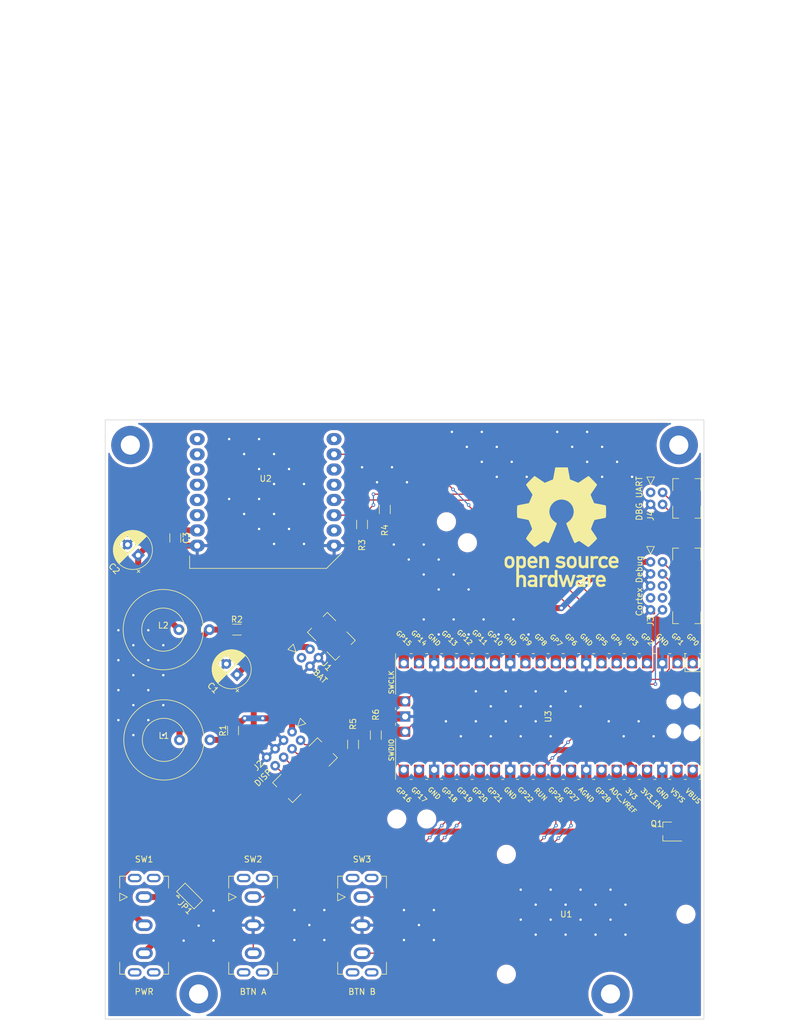
<source format=kicad_pcb>
(kicad_pcb (version 20211014) (generator pcbnew)
  (layers (0 "F.Cu" signal) (31 "B.Cu" signal) (34 "B.Paste" user) (35 "F.Paste" user) (36 "B.SilkS" user "B.Silkscreen") (37 "F.SilkS" user "F.Silkscreen") (38 "B.Mask" user) (39 "F.Mask" user) (44 "Edge.Cuts" user))
  (net 0 "")
  (net 1 "/~{RESET}")
  (net 2 "GND")
  (net 3 "+3V3")
  (net 4 "/DISP_RX_SDA")
  (net 5 "/DISP_SCK")
  (net 6 "/DISP_TX")
  (net 7 "/SWCLK")
  (net 8 "/SWDIO")
  (net 9 "/DISP_~{CS}_SCL")
  (net 10 "/BTN_A1")
  (net 11 "/BTN_A2")
  (net 12 "/BTN_B1")
  (net 13 "/BTN_B2")
  (net 14 "/DBG_TX")
  (net 15 "/DBG_RX")
  (net 16 "/LD_CELL_SDA")
  (net 17 "/LD_CELL_SCL")
  (net 18 "/LD_CELL_RDY")
  (net 21 "Net-(J1-Pad2)")
  (net 25 "+BATT")
  (net 26 "Net-(C1-Pad1)")
  (net 27 "Net-(C2-Pad1)")
  (net 28 "Net-(JP1-Pad1)")
  (net 29 "Net-(JP1-Pad3)")
  (net 30 "Net-(L1-Pad1)")
  (net 31 "Net-(L1-Pad2)")
  (net 32 "Net-(Q1-Pad2)")
  (net 33 "Net-(Q1-Pad1)")
  (footprint "Capacitor_SMD:C_1206_3216Metric_Pad1.33x1.80mm_HandSolder" (layer "F.Cu") (at 60 107.4 -90)
    (fp_text reference "C3")
    (fp_text value "0.1u")
  )
  (footprint "Local:Seeed_Grove_20x40" (layer "F.Cu") (at 125.3 170.2)
    (fp_text reference "U1")
    (fp_text value "DISP")
  )
  (footprint "Resistor_SMD:R_1206_3216Metric_Pad1.30x1.75mm_HandSolder" (layer "F.Cu") (at 70.3 122.7 180)
    (fp_text reference "R2")
    (fp_text value "2.2")
  )
  (footprint "MountingHole:MountingHole_3.2mm_M3_Pad" (layer "F.Cu") (at 63.9 183.5)
    (fp_text reference "H2")
    (fp_text value "MountingHole")
  )
  (footprint "MountingHole:MountingHole_3.2mm_M3_Pad" (layer "F.Cu") (at 144.1 91.9)
    (fp_text reference "H3")
    (fp_text value "MountingHole")
  )
  (footprint "Resistor_SMD:R_1206_3216Metric_Pad1.30x1.75mm_HandSolder" (layer "F.Cu") (at 95 102.65 90)
    (fp_text reference "R4")
    (fp_text value "3.3k")
  )
  (footprint "MountingHole:MountingHole_3.2mm_M3_Pad" (layer "F.Cu") (at 132.7 183.5)
    (fp_text reference "H4")
    (fp_text value "MountingHole")
  )
  (footprint "MountingHole:MountingHole_2.2mm_M2" (layer "F.Cu") (at 108.8 108.2)
    (fp_text reference "H6")
    (fp_text value "MountingHole")
  )
  (footprint "Local:L_D13.3_d7.3_Horizontal" (layer "F.Cu") (at 58 122.7 180)
    (fp_text reference "L2")
    (fp_text value "0.62m")
  )
  (footprint "Capacitor_THT:CP_Radial_D6.3mm_P2.50mm" (layer "F.Cu") (at 53.8 110.278677 135)
    (fp_text reference "C2")
    (fp_text value "22u")
  )
  (footprint "Local:300SPxxxxxxVS2xx" (layer "F.Cu") (at 54.8 172.026 -90)
    (fp_text reference "SW1")
    (fp_text value "PWR")
  )
  (footprint "Resistor_SMD:R_1206_3216Metric_Pad1.30x1.75mm_HandSolder" (layer "F.Cu") (at 89.7 141.85 -90)
    (fp_text reference "R5")
    (fp_text value "3.3k")
  )
  (footprint "Local:300SPxxxxxxVS2xx" (layer "F.Cu") (at 91.2 172.026 -90)
    (fp_text reference "SW3")
    (fp_text value "BTN B")
  )
  (footprint "Symbol:OSHW-Logo_19x20mm_SilkScreen" (layer "F.Cu") (at 124.5 105.6)
    (fp_text reference "LOGO1" hide)
    (fp_text value "Logo_Open_Hardware_Small" hide)
  )
  (footprint "MountingHole:MountingHole_2.2mm_M2" (layer "F.Cu") (at 97 154.3)
    (fp_text reference "H8")
    (fp_text value "MountingHole")
  )
  (footprint "Molex Milli-Grid:Molex_Milli-Grid_87833-04xx" (layer "F.Cu") (at 84.409188 125.476598 -45)
    (fp_text reference "J1")
    (fp_text value "BAT")
  )
  (footprint "Molex Milli-Grid:Molex_Milli-Grid_87833-08xx" (layer "F.Cu") (at 80.009188 144.494975 -135)
    (fp_text reference "J2")
    (fp_text value "DISP")
  )
  (footprint "Local:MikroE Click" (layer "F.Cu") (at 75.1 97.997227)
    (fp_text reference "U2")
    (fp_text value "Load Cell 2 Click")
  )
  (footprint "Resistor_SMD:R_1206_3216Metric_Pad1.30x1.75mm_HandSolder" (layer "F.Cu") (at 93.5 140.3 -90)
    (fp_text reference "R6")
    (fp_text value "3.3k")
  )
  (footprint "RPi Pico:RPi_Pico_SMD_TH" (layer "F.Cu") (at 122.3 137.2 -90)
    (fp_text reference "U3")
    (fp_text value "Pico")
  )
  (footprint "Resistor_SMD:R_1206_3216Metric_Pad1.30x1.75mm_HandSolder" (layer "F.Cu") (at 91.2 105.15 90)
    (fp_text reference "R3")
    (fp_text value "3.3k")
  )
  (footprint "MountingHole:MountingHole_3.2mm_M3_Pad" (layer "F.Cu") (at 52.5 91.9)
    (fp_text reference "H1")
    (fp_text value "MountingHole")
  )
  (footprint "MountingHole:MountingHole_2.2mm_M2" (layer "F.Cu") (at 105.3 104.7)
    (fp_text reference "H5")
    (fp_text value "MountingHole")
  )
  (footprint "Local:L_D13.3_d7.3_Horizontal" (layer "F.Cu") (at 58.1 141.1 180)
    (fp_text reference "L1")
    (fp_text value "0.62m")
  )
  (footprint "Resistor_SMD:R_1206_3216Metric_Pad1.30x1.75mm_HandSolder" (layer "F.Cu") (at 69.65 139.55 -90)
    (fp_text reference "R1")
    (fp_text value "4.7")
  )
  (footprint "Capacitor_THT:CP_Radial_D6.3mm_P2.50mm" (layer "F.Cu") (at 70.3 130.2 135)
    (fp_text reference "C1")
    (fp_text value "22u")
  )
  (footprint "MountingHole:MountingHole_2.2mm_M2" (layer "F.Cu") (at 102 154.3)
    (fp_text reference "H7")
    (fp_text value "MountingHole")
  )
  (footprint "Package_TO_SOT_SMD:SOT-23_Handsoldering" (layer "F.Cu") (at 142.2 156.4 180)
    (fp_text reference "Q1")
    (fp_text value "PMV75UP")
  )
  (footprint "Local:300SPxxxxxxVS2xx" (layer "F.Cu") (at 73 172.026 -90)
    (fp_text reference "SW2")
    (fp_text value "BTN A")
  )
  (footprint "Molex Milli-Grid:Molex_Milli-Grid_87833-04xx" (layer "F.Cu") (at 143.1 100.8 -90)
    (fp_text reference "J4")
    (fp_text value "DBG UART")
  )
  (footprint "Jumper:SolderJumper-3_P1.3mm_Bridged12_Pad1.0x1.5mm" (layer "F.Cu") (at 62.3925 167.1575 -45)
    (fp_text reference "JP1")
    (fp_text value "PWR ON SEL")
  )
  (footprint "Molex Milli-Grid:Molex_Milli-Grid_87833-10xx" (layer "F.Cu") (at 143.085 115.4 -90)
    (fp_text reference "J3")
    (fp_text value "Cortex Debug")
  )
  (gr_rect (start 48.3 87.7) (end 148.3 187.7) (layer "Edge.Cuts") (width 0.1) (fill none))
  (segment (start 121.03 146.07) (end 123 144.1) (width 0.2) (layer "F.Cu") (net 1))
  (segment (start 135.3 131.8) (end 140.2 131.8) (width 0.2) (layer "F.Cu") (net 1))
  (segment (start 121.03 146.09) (end 121.03 146.07) (width 0.2) (layer "F.Cu") (net 1))
  (segment (start 125.6 141.5) (end 135.3 131.8) (width 0.2) (layer "F.Cu") (net 1))
  (via (at 140.2 131.8) (size 0.6) (drill 0.3) (layers "F.Cu" "B.Cu") (net 1))
  (via (at 125.6 141.5) (size 0.6) (drill 0.3) (layers "F.Cu" "B.Cu") (net 1))
  (via (at 123 144.1) (size 0.6) (drill 0.3) (layers "F.Cu" "B.Cu") (net 1))
  (segment (start 140.2 131.8) (end 140.2 120.585) (width 0.2) (layer "B.Cu") (net 1))
  (segment (start 140.2 120.585) (end 141.385 119.4) (width 0.2) (layer "B.Cu") (net 1))
  (segment (start 123 144.1) (end 125.6 141.5) (width 0.2) (layer "B.Cu") (net 1))
  (segment (start 60.280553 108.681947) (end 60 108.9625) (width 1) (layer "F.Cu") (net 2))
  (segment (start 63.665 108.681947) (end 60.280553 108.681947) (width 1) (layer "F.Cu") (net 2))
  (via (at 101.5 121) (size 0.8) (drill 0.4) (layers "F.Cu" "B.Cu") (net 2))
  (via (at 116.5 121) (size 0.8) (drill 0.4) (layers "F.Cu" "B.Cu") (net 2))
  (via (at 132.7 166.1) (size 0.8) (drill 0.4) (layers "F.Cu" "B.Cu") (net 2))
  (via (at 139.9 140.5) (size 0.8) (drill 0.4) (layers "F.Cu" "B.Cu") (net 2))
  (via (at 127.7 171.1) (size 0.8) (drill 0.4) (layers "F.Cu" "B.Cu") (net 2))
  (via (at 125.2 133) (size 0.8) (drill 0.4) (layers "F.Cu" "B.Cu") (net 2))
  (via (at 81.5 108.4) (size 0.8) (drill 0.4) (layers "F.Cu" "B.Cu") (net 2))
  (via (at 104 111) (size 0.8) (drill 0.4) (layers "F.Cu" "B.Cu") (net 2))
  (via (at 106.5 113.5) (size 0.8) (drill 0.4) (layers "F.Cu" "B.Cu") (net 2))
  (via (at 126.3 92.2) (size 0.8) (drill 0.4) (layers "F.Cu" "B.Cu") (net 2))
  (via (at 58 135.3) (size 0.8) (drill 0.4) (layers "F.Cu" "B.Cu") (net 2))
  (via (at 55.5 137.8) (size 0.8) (drill 0.4) (layers "F.Cu" "B.Cu") (net 2))
  (via (at 104 116) (size 0.8) (drill 0.4) (layers "F.Cu" "B.Cu") (net 2))
  (via (at 103.2 169.5) (size 0.8) (drill 0.4) (layers "F.Cu" "B.Cu") (net 2))
  (via (at 117.7 166.1) (size 0.8) (drill 0.4) (layers "F.Cu" "B.Cu") (net 2))
  (via (at 133.8 94.7) (size 0.8) (drill 0.4) (layers "F.Cu" "B.Cu") (net 2))
  (via (at 79.9 169.5) (size 0.8) (drill 0.4) (layers "F.Cu" "B.Cu") (net 2))
  (via (at 58 130.3) (size 0.8) (drill 0.4) (layers "F.Cu" "B.Cu") (net 2))
  (via (at 106.5 121) (size 0.8) (drill 0.4) (layers "F.Cu" "B.Cu") (net 2))
  (via (at 135.2 173.6) (size 0.8) (drill 0.4) (layers "F.Cu" "B.Cu") (net 2))
  (via (at 119 123.5) (size 0.8) (drill 0.4) (layers "F.Cu" "B.Cu") (net 2))
  (via (at 109 116) (size 0.8) (drill 0.4) (layers "F.Cu" "B.Cu") (net 2))
  (via (at 82.4 172) (size 0.8) (drill 0.4) (layers "F.Cu" "B.Cu") (net 2))
  (via (at 117.7 171.1) (size 0.8) (drill 0.4) (layers "F.Cu" "B.Cu") (net 2))
  (via (at 110.2 133) (size 0.8) (drill 0.4) (layers "F.Cu" "B.Cu") (net 2))
  (via (at 130.2 168.6) (size 0.8) (drill 0.4) (layers "F.Cu" "B.Cu") (net 2))
  (via (at 91.2 95.6) (size 0.8) (drill 0.4) (layers "F.Cu" "B.Cu") (net 2))
  (via (at 69 100.9) (size 0.8) (drill 0.4) (layers "F.Cu" "B.Cu") (net 2))
  (via (at 120.2 133) (size 0.8) (drill 0.4) (layers "F.Cu" "B.Cu") (net 2))
  (via (at 112.7 135.5) (size 0.8) (drill 0.4) (layers "F.Cu" "B.Cu") (net 2))
  (via (at 71.5 93.4) (size 0.8) (drill 0.4) (layers "F.Cu" "B.Cu") (net 2))
  (via (at 61.4 174.6) (size 0.8) (drill 0.4) (layers "F.Cu" "B.Cu") (net 2))
  (via (at 99 111) (size 0.8) (drill 0.4) (layers "F.Cu" "B.Cu") (net 2))
  (via (at 137.4 138) (size 0.8) (drill 0.4) (layers "F.Cu" "B.Cu") (net 2))
  (via (at 50.5 127.8) (size 0.8) (drill 0.4) (layers "F.Cu" "B.Cu") (net 2))
  (via (at 74 90.9) (size 0.8) (drill 0.4) (layers "F.Cu" "B.Cu") (net 2))
  (via (at 127.7 135.5) (size 0.8) (drill 0.4) (layers "F.Cu" "B.Cu") (net 2))
  (via (at 123.8 89.7) (size 0.8) (drill 0.4) (layers "F.Cu" "B.Cu") (net 2))
  (via (at 53 130.3) (size 0.8) (drill 0.4) (layers "F.Cu" "B.Cu") (net 2))
  (via (at 79.9 174.5) (size 0.8) (drill 0.4) (layers "F.Cu" "B.Cu") (net 2))
  (via (at 111.2 94.7) (size 0.8) (drill 0.4) (layers "F.Cu" "B.Cu") (net 2))
  (via (at 104 123.5) (size 0.8) (drill 0.4) (layers "F.Cu" "B.Cu") (net 2))
  (via (at 116.2 94.7) (size 0.8) (drill 0.4) (layers "F.Cu" "B.Cu") (net 2))
  (via (at 98.2 174.5) (size 0.8) (drill 0.4) (layers "F.Cu" "B.Cu") (net 2))
  (via (at 122.7 166.1) (size 0.8) (drill 0.4) (layers "F.Cu" "B.Cu") (net 2))
  (via (at 131.3 97.2) (size 0.8) (drill 0.4) (layers "F.Cu" "B.Cu") (net 2))
  (via (at 114 123.5) (size 0.8) (drill 0.4) (layers "F.Cu" "B.Cu") (net 2))
  (via (at 79 95.9) (size 0.8) (drill 0.4) (layers "F.Cu" "B.Cu") (net 2))
  (via (at 122.7 171.1) (size 0.8) (drill 0.4) (layers "F.Cu" "B.Cu") (net 2))
  (via (at 66.4 169.6) (size 0.8) (drill 0.4) (layers "F.Cu" "B.Cu") (net 2))
  (via (at 120.2 173.6) (size 0.8) (drill 0.4) (layers "F.Cu" "B.Cu") (net 2))
  (via (at 58 125.3) (size 0.8) (drill 0.4) (layers "F.Cu" "B.Cu") (net 2))
  (via (at 113.7 92.2) (size 0.8) (drill 0.4) (layers "F.Cu" "B.Cu") (net 2))
  (via (at 110.2 138) (size 0.8) (drill 0.4) (layers "F.Cu" "B.Cu") (net 2))
  (via (at 66.4 174.6) (size 0.8) (drill 0.4) (layers "F.Cu" "B.Cu") (net 2))
  (via (at 55.5 132.8) (size 0.8) (drill 0.4) (layers "F.Cu" "B.Cu") (net 2))
  (via (at 69 90.9) (size 0.8) (drill 0.4) (layers "F.Cu" "B.Cu") (net 2))
  (via (at 130.2 173.6) (size 0.8) (drill 0.4) (layers "F.Cu" "B.Cu") (net 2))
  (via (at 81.5 98.4) (size 0.8) (drill 0.4) (layers "F.Cu" "B.Cu") (net 2))
  (via (at 115.2 133) (size 0.8) (drill 0.4) (layers "F.Cu" "B.Cu") (net 2))
  (via (at 125.2 168.6) (size 0.8) (drill 0.4) (layers "F.Cu" "B.Cu") (net 2))
  (via (at 79 105.9) (size 0.8) (drill 0.4) (layers "F.Cu" "B.Cu") (net 2))
  (via (at 53 140.3) (size 0.8) (drill 0.4) (layers "F.Cu" "B.Cu") (net 2))
  (via (at 122.7 140.5) (size 0.8) (drill 0.4) (layers "F.Cu" "B.Cu") (net 2))
  (via (at 125.2 173.6) (size 0.8) (drill 0.4) (layers "F.Cu" "B.Cu") (net 2))
  (via (at 50.5 122.8) (size 0.8) (drill 0.4) (layers "F.Cu" "B.Cu") (net 2))
  (via (at 108.7 92.2) (size 0.8) (drill 0.4) (layers "F.Cu" "B.Cu") (net 2))
  (via (at 118.7 97.2) (size 0.8) (drill 0.4) (layers "F.Cu" "B.Cu") (net 2))
  (via (at 109 123.5) (size 0.8) (drill 0.4) (layers "F.Cu" "B.Cu") (net 2))
  (via (at 111.2 89.7) (size 0.8) (drill 0.4) (layers "F.Cu" "B.Cu") (net 2))
  (via (at 96.2 95.6) (size 0.8) (drill 0.4) (layers "F.Cu" "B.Cu") (net 2))
  (via (at 76.5 98.4) (size 0.8) (drill 0.4) (layers "F.Cu" "B.Cu") (net 2))
  (via (at 74 105.9) (size 0.8) (drill 0.4) (layers "F.Cu" "B.Cu") (net 2))
  (via (at 55.5 127.8) (size 0.8) (drill 0.4) (layers "F.Cu" "B.Cu") (net 2))
  (via (at 111.5 121) (size 0.8) (drill 0.4) (layers "F.Cu" "B.Cu") (net 2))
  (via (at 53 125.3) (size 0.8) (drill 0.4) (layers "F.Cu" "B.Cu") (net 2))
  (via (at 71.5 103.4) (size 0.8) (drill 0.4) (layers "F.Cu" "B.Cu") (net 2))
  (via (at 96.5 108.5) (size 0.8) (drill 0.4) (layers "F.Cu" "B.Cu") (net 2))
  (via (at 122.7 135.5) (size 0.8) (drill 0.4) (layers "F.Cu" "B.Cu") (net 2))
  (via (at 107.7 140.5) (size 0.8) (drill 0.4) (layers "F.Cu" "B.Cu") (net 2))
  (via (at 98.2 169.5) (size 0.8) (drill 0.4) (layers "F.Cu" "B.Cu") (net 2))
  (via (at 93.7 98.1) (size 0.8) (drill 0.4) (layers "F.Cu" "B.Cu") (net 2))
  (via (at 117.7 135.5) (size 0.8) (drill 0.4) (layers "F.Cu" "B.Cu") (net 2))
  (via (at 103.2 174.5) (size 0.8) (drill 0.4) (layers "F.Cu" "B.Cu") (net 2))
  (via (at 50.5 137.8) (size 0.8) (drill 0.4) (layers "F.Cu" "B.Cu") (net 2))
  (via (at 74 100.9) (size 0.8) (drill 0.4) (layers "F.Cu" "B.Cu") (net 2))
  (via (at 84.9 174.5) (size 0.8) (drill 0.4) (layers "F.Cu" "B.Cu") (net 2))
  (via (at 106.2 89.7) (size 0.8) (drill 0.4) (layers "F.Cu" "B.Cu") (net 2))
  (via (at 117.7 140.5) (size 0.8) (drill 0.4) (layers "F.Cu" "B.Cu") (net 2))
  (via (at 74 95.9) (size 0.8) (drill 0.4) (layers "F.Cu" "B.Cu") (net 2))
  (via (at 120.2 168.6) (size 0.8) (drill 0.4) (layers "F.Cu" "B.Cu") (net 2))
  (via (at 50.5 132.8) (size 0.8) (drill 0.4) (layers "F.Cu" "B.Cu") (net 2))
  (via (at 113.7 97.2) (size 0.8) (drill 0.4) (layers "F.Cu" "B.Cu") (net 2))
  (via (at 135.2 168.6) (size 0.8) (drill 0.4) (layers "F.Cu" "B.Cu") (net 2))
  (via (at 53 135.3) (size 0.8) (drill 0.4) (layers "F.Cu" "B.Cu") (net 2))
  (via (at 55.5 122.8) (size 0.8) (drill 0.4) (layers "F.Cu" "B.Cu") (net 2))
  (via (at 112.7 140.5) (size 0.8) (drill 0.4) (layers "F.Cu" "B.Cu") (net 2))
  (via (at 76.5 93.4) (size 0.8) (drill 0.4) (layers "F.Cu" "B.Cu") (net 2))
  (via (at 58 140.3) (size 0.8) (drill 0.4) (layers "F.Cu" "B.Cu") (net 2))
  (via (at 132.7 171.1) (size 0.8) (drill 0.4) (layers "F.Cu" "B.Cu") (net 2))
  (via (at 120.2 138) (size 0.8) (drill 0.4) (layers "F.Cu" "B.Cu") (net 2))
  (via (at 63.9 172.1) (size 0.8) (drill 0.4) (layers "F.Cu" "B.Cu") (net 2))
  (via (at 127.7 166.1) (size 0.8) (drill 0.4) (layers "F.Cu" "B.Cu") (net 2))
  (via (at 134.9 140.5) (size 0.8) (drill 0.4) (layers "F.Cu" "B.Cu") (net 2))
  (via (at 76.5 103.4) (size 0.8) (drill 0.4) (layers "F.Cu" "B.Cu") (net 2))
  (via (at 101.5 113.5) (size 0.8) (drill 0.4) (layers "F.Cu" "B.Cu") (net 2))
  (via (at 132.4 138) (size 0.8) (drill 0.4) (layers "F.Cu" "B.Cu") (net 2))
  (via (at 128.8 89.7) (size 0.8) (drill 0.4) (layers "F.Cu" "B.Cu") (net 2))
  (via (at 131.3 92.2) (size 0.8) (drill 0.4) (layers "F.Cu" "B.Cu") (net 2))
  (via (at 115.2 138) (size 0.8) (drill 0.4) (layers "F.Cu" "B.Cu") (net 2))
  (via (at 128.8 94.7) (size 0.8) (drill 0.4) (layers "F.Cu" "B.Cu") (net 2))
  (via (at 101.5 108.5) (size 0.8) (drill 0.4) (layers "F.Cu" "B.Cu") (net 2))
  (via (at 136.3 97.2) (size 0.8) (drill 0.4) (layers "F.Cu" "B.Cu") (net 2))
  (via (at 100.7 172) (size 0.8) (drill 0.4) (layers "F.Cu" "B.Cu") (net 2))
  (via (at 105.2 138) (size 0.8) (drill 0.4) (layers "F.Cu" "B.Cu") (net 2))
  (via (at 76.5 108.4) (size 0.8) (drill 0.4) (layers "F.Cu" "B.Cu") (net 2))
  (via (at 84.9 169.5) (size 0.8) (drill 0.4) (layers "F.Cu" "B.Cu") (net 2))
  (via (at 98.7 98.1) (size 0.8) (drill 0.4) (layers "F.Cu" "B.Cu") (net 2))
  (segment (start 132.2 111.4) (end 128.7 114.9) (width 1) (layer "F.Cu") (net 3))
  (segment (start 93.5 140.3) (end 94.317824 140.3) (width 1) (layer "F.Cu") (net 3))
  (segment (start 79.6 137.5) (end 86.9 137.5) (width 1) (layer "F.Cu") (net 3))
  (segment (start 124.5 119.1) (end 93.5 119.1) (width 1) (layer "F.Cu") (net 3))
  (segment (start 93.5 105.7) (end 95 104.2) (width 1) (layer "F.Cu") (net 3))
  (segment (start 91.2 106.7) (end 93.5 106.7) (width 1) (layer "F.Cu") (net 3))
  (segment (start 93.5 106.7) (end 93.5 105.7) (width 1) (layer "F.Cu") (net 3))
  (segment (start 96.817824 142.8) (end 133.539022 142.8) (width 1) (layer "F.Cu") (net 3))
  (segment (start 86.9 137.5) (end 89.7 140.3) (width 1) (layer "F.Cu") (net 3))
  (segment (start 79.514213 139.75736) (end 79.514213 137.585787) (width 1) (layer "F.Cu") (net 3))
  (segment (start 136.27 145.530978) (end 136.27 146.09) (width 1) (layer "F.Cu") (net 3))
  (segment (start 69.65 138) (end 71.1 138) (width 1) (layer "F.Cu") (net 3))
  (segment (start 93.5 119.1) (end 93.5 106.7) (width 1) (layer "F.Cu") (net 3))
  (segment (start 94.317824 140.3) (end 96.817824 142.8) (width 1) (layer "F.Cu") (net 3))
  (segment (start 93.5 138.75) (end 93.5 140.3) (width 1) (layer "F.Cu") (net 3))
  (segment (start 79.514213 137.585787) (end 79.6 137.5) (width 1) (layer "F.Cu") (net 3))
  (segment (start 89.7 140.3) (end 93.5 140.3) (width 1) (layer "F.Cu") (net 3))
  (segment (start 133.539022 142.8) (end 136.27 145.530978) (width 1) (layer "F.Cu") (net 3))
  (segment (start 139.385 111.4) (end 132.2 111.4) (width 1) (layer "F.Cu") (net 3))
  (segment (start 71.1 138) (end 71.6 137.5) (width 1) (layer "F.Cu") (net 3))
  (segment (start 74.6 137.5) (end 79.6 137.5) (width 1) (layer "F.Cu") (net 3))
  (segment (start 93.5 138.75) (end 93.5 130.9) (width 1) (layer "F.Cu") (net 3))
  (segment (start 93.5 130.9) (end 93.5 119.1) (width 1) (layer "F.Cu") (net 3))
  (via (at 74.6 137.5) (size 1) (drill 0.5) (layers "F.Cu" "B.Cu") (net 3))
  (via (at 71.6 137.5) (size 1) (drill 0.5) (layers "F.Cu" "B.Cu") (net 3))
  (via (at 124.5 119.1) (size 1) (drill 0.5) (layers "F.Cu" "B.Cu") (net 3))
  (via (at 128.7 114.9) (size 1) (drill 0.5) (layers "F.Cu" "B.Cu") (net 3))
  (segment (start 128.7 114.9) (end 124.5 119.1) (width 1) (layer "B.Cu") (net 3))
  (segment (start 71.6 137.5) (end 74.6 137.5) (width 1) (layer "B.Cu") (net 3))
  (segment (start 93.5 141.85) (end 93.45 141.9) (width 0.2) (layer "F.Cu") (net 4))
  (segment (start 93.45 141.9) (end 81.656854 141.9) (width 0.2) (layer "F.Cu") (net 4))
  (segment (start 93.93 141.85) (end 98.17 146.09) (width 0.2) (layer "F.Cu") (net 4))
  (segment (start 93.5 141.85) (end 93.93 141.85) (width 0.2) (layer "F.Cu") (net 4))
  (segment (start 81.656854 141.9) (end 80.928427 141.171573) (width 0.2) (layer "F.Cu") (net 4))
  (segment (start 105.79 147.91) (end 105.79 146.09) (width 0.2) (layer "F.Cu") (net 5))
  (segment (start 79 144.9) (end 89 144.9) (width 0.2) (layer "F.Cu") (net 5))
  (segment (start 94 149.9) (end 103.8 149.9) (width 0.2) (layer "F.Cu") (net 5))
  (segment (start 89 144.9) (end 94 149.9) (width 0.2) (layer "F.Cu") (net 5))
  (segment (start 103.8 149.9) (end 105.79 147.91) (width 0.2) (layer "F.Cu") (net 5))
  (segment (start 78.1 144) (end 79 144.9) (width 0.2) (layer "F.Cu") (net 5))
  (segment (start 92.6 150.7) (end 88.3 146.4) (width 0.2) (layer "F.Cu") (net 6))
  (segment (start 108.33 147.97) (end 105.6 150.7) (width 0.2) (layer "F.Cu") (net 6))
  (segment (start 88.3 146.4) (end 77.671572 146.4) (width 0.2) (layer "F.Cu") (net 6))
  (segment (start 77.671572 146.4) (end 76.685786 145.414214) (width 0.2) (layer "F.Cu") (net 6))
  (segment (start 108.33 146.09) (end 108.33 147.97) (width 0.2) (layer "F.Cu") (net 6))
  (segment (start 105.6 150.7) (end 92.6 150.7) (width 0.2) (layer "F.Cu") (net 6))
  (segment (start 141.385 113.4) (end 142.8 114.815) (width 0.2) (layer "F.Cu") (net 7))
  (segment (start 142.8 114.815) (end 142.8 122.699022) (width 0.2) (layer "F.Cu") (net 7))
  (segment (start 139.959511 129.459511) (end 139.219022 130.2) (width 0.2) (layer "F.Cu") (net 7))
  (segment (start 102.86 130.2) (end 98.4 134.66) (width 0.2) (layer "F.Cu") (net 7))
  (segment (start 142.8 122.699022) (end 139.959511 125.539511) (width 0.2) (layer "F.Cu") (net 7))
  (segment (start 139.959511 125.539511) (end 139.959511 129.459511) (width 0.2) (layer "F.Cu") (net 7))
  (segment (start 139.219022 130.2) (end 102.86 130.2) (width 0.2) (layer "F.Cu") (net 7))
  (segment (start 107.14 131) (end 98.4 139.74) (width 0.2) (layer "F.Cu") (net 8))
  (segment (start 143.3 113.315) (end 143.3 124.8) (width 0.2) (layer "F.Cu") (net 8))
  (segment (start 141.385 111.4) (end 143.3 113.315) (width 0.2) (layer "F.Cu") (net 8))
  (segment (start 142.499511 129.300489) (end 140.8 131) (width 0.2) (layer "F.Cu") (net 8))
  (segment (start 143.3 124.8) (end 142.499511 125.600489) (width 0.2) (layer "F.Cu") (net 8))
  (segment (start 142.499511 125.600489) (end 142.499511 129.300489) (width 0.2) (layer "F.Cu") (net 8))
  (segment (start 140.8 131) (end 107.14 131) (width 0.2) (layer "F.Cu") (net 8))
  (segment (start 79.514213 142.585787) (end 80.328426 143.4) (width 0.2) (layer "F.Cu") (net 9))
  (segment (start 100.71 147.919511) (end 100.71 146.09) (width 0.2) (layer "F.Cu") (net 9))
  (segment (start 80.328426 143.4) (end 89.7 143.4) (width 0.2) (layer "F.Cu") (net 9))
  (segment (start 99.59 149.039511) (end 100.71 147.919511) (width 0.2) (layer "F.Cu") (net 9))
  (segment (start 95.339511 149.039511) (end 99.59 149.039511) (width 0.2) (layer "F.Cu") (net 9))
  (segment (start 89.7 143.4) (end 95.339511 149.039511) (width 0.2) (layer "F.Cu") (net 9))
  (segment (start 109.8 150.1) (end 104.5 155.4) (width 0.2) (layer "F.Cu") (net 10))
  (segment (start 102.5 157.3995) (end 100.9995 158.9) (width 0.2) (layer "F.Cu") (net 10))
  (segment (start 110.87 146.09) (end 110.87 149.03) (width 0.2) (layer "F.Cu") (net 10))
  (segment (start 100.9995 158.9) (end 83.1 158.9) (width 0.2) (layer "F.Cu") (net 10))
  (segment (start 83.1 158.9) (end 74.673 167.327) (width 0.2) (layer "F.Cu") (net 10))
  (segment (start 74.673 167.327) (end 73 167.327) (width 0.2) (layer "F.Cu") (net 10))
  (segment (start 104.5 155.4) (end 104.5 155.4005) (width 0.2) (layer "F.Cu") (net 10))
  (segment (start 110.87 149.03) (end 109.8 150.1) (width 0.2) (layer "F.Cu") (net 10))
  (via (at 104.5 155.4005) (size 0.6) (drill 0.3) (layers "F.Cu" "B.Cu") (net 10))
  (via (at 102.5 157.3995) (size 0.6) (drill 0.3) (layers "F.Cu" "B.Cu") (net 10))
  (segment (start 102.501 157.3995) (end 102.5 157.3995) (width 0.2) (layer "B.Cu") (net 10))
  (segment (start 104.5 155.4005) (end 102.501 157.3995) (width 0.2) (layer "B.Cu") (net 10))
  (segment (start 101.3995 161) (end 87.2 161) (width 0.2) (layer "F.Cu") (net 11))
  (segment (start 107 155.4) (end 107 155.4005) (width 0.2) (layer "F.Cu") (net 11))
  (segment (start 113.41 146.09) (end 113.41 148.99) (width 0.2) (layer "F.Cu") (net 11))
  (segment (start 113.41 148.99) (end 113.3 149.1) (width 0.2) (layer "F.Cu") (net 11))
  (segment (start 105 157.3995) (end 101.3995 161) (width 0.2) (layer "F.Cu") (net 11))
  (segment (start 73.0254 175.1746) (end 73.0254 176.6996) (width 0.2) (layer "F.Cu") (net 11))
  (segment (start 113.3 149.1) (end 107 155.4) (width 0.2) (layer "F.Cu") (net 11))
  (segment (start 87.2 161) (end 73.0254 175.1746) (width 0.2) (layer "F.Cu") (net 11))
  (via (at 107 155.4005) (size 0.6) (drill 0.3) (layers "F.Cu" "B.Cu") (net 11))
  (via (at 105 157.3995) (size 0.6) (drill 0.3) (layers "F.Cu" "B.Cu") (net 11))
  (segment (start 106.999 155.4005) (end 105 157.3995) (width 0.2) (layer "B.Cu") (net 11))
  (segment (start 107 155.4005) (end 106.999 155.4005) (width 0.2) (layer "B.Cu") (net 11))
  (segment (start 111.673 167.327) (end 91.2 167.327) (width 0.2) (layer "F.Cu") (net 12))
  (segment (start 121.6 157.4) (end 111.673 167.327) (width 0.2) (layer "F.Cu") (net 12))
  (segment (start 123.57 155.3705) (end 123.6 155.4005) (width 0.2) (layer "F.Cu") (net 12))
  (segment (start 123.57 146.09) (end 123.57 155.3705) (width 0.2) (layer "F.Cu") (net 12))
  (via (at 121.6 157.4) (size 0.6) (drill 0.3) (layers "F.Cu" "B.Cu") (net 12))
  (via (at 123.6 155.4005) (size 0.6) (drill 0.3) (layers "F.Cu" "B.Cu") (net 12))
  (segment (start 121.6 157.4) (end 121.6005 157.4) (width 0.2) (layer "B.Cu") (net 12))
  (segment (start 121.6005 157.4) (end 123.6 155.4005) (width 0.2) (layer "B.Cu") (net 12))
  (segment (start 104.8004 176.6996) (end 91.2254 176.6996) (width 0.2) (layer "F.Cu") (net 13))
  (segment (start 126.11 155.3905) (end 126.11 146.09) (width 0.2) (layer "F.Cu") (net 13))
  (segment (start 126.1 155.4005) (end 126.11 155.3905) (width 0.2) (layer "F.Cu") (net 13))
  (segment (start 124 157.5) (end 104.8004 176.6996) (width 0.2) (layer "F.Cu") (net 13))
  (via (at 126.1 155.4005) (size 0.6) (drill 0.3) (layers "F.Cu" "B.Cu") (net 13))
  (via (at 124 157.5) (size 0.6) (drill 0.3) (layers "F.Cu" "B.Cu") (net 13))
  (segment (start 124 157.5) (end 126.0995 155.4005) (width 0.2) (layer "B.Cu") (net 13))
  (segment (start 126.0995 155.4005) (end 126.1 155.4005) (width 0.2) (layer "B.Cu") (net 13))
  (segment (start 146.43 128.31) (end 146.43 104.83) (width 0.2) (layer "F.Cu") (net 14))
  (segment (start 146.43 104.83) (end 141.4 99.8) (width 0.2) (layer "F.Cu") (net 14))
  (segment (start 143.89 128.31) (end 143.89 104.29) (width 0.2) (layer "F.Cu") (net 15))
  (segment (start 143.89 104.29) (end 141.4 101.8) (width 0.2) (layer "F.Cu") (net 15))
  (segment (start 112.5 100.1) (end 93.1 100.1) (width 0.2) (layer "F.Cu") (net 16))
  (segment (start 138.81 128.31) (end 138.81 126.41) (width 0.2) (layer "F.Cu") (net 16))
  (segment (start 91.4 103.6) (end 93.1 101.9) (width 0.2) (layer "F.Cu") (net 16))
  (segment (start 91.198053 103.601947) (end 91.2 103.6) (width 0.2) (layer "F.Cu") (net 16))
  (segment (start 138.81 126.41) (end 112.5 100.1) (width 0.2) (layer "F.Cu") (net 16))
  (segment (start 86.525 103.601947) (end 91.198053 103.601947) (width 0.2) (layer "F.Cu") (net 16))
  (segment (start 91.2 103.6) (end 91.4 103.6) (width 0.2) (layer "F.Cu") (net 16))
  (via (at 93.1 100.1) (size 0.6) (drill 0.3) (layers "F.Cu" "B.Cu") (net 16))
  (via (at 93.1 101.9) (size 0.6) (drill 0.3) (layers "F.Cu" "B.Cu") (net 16))
  (segment (start 93.1 100.1) (end 93.1 101.9) (width 0.2) (layer "B.Cu") (net 16))
  (segment (start 110.9 101.1) (end 136.27 126.47) (width 0.2) (layer "F.Cu") (net 17))
  (segment (start 86.525 101.061947) (end 94.961947 101.061947) (width 0.2) (layer "F.Cu") (net 17))
  (segment (start 94.961947 101.061947) (end 95 101.1) (width 0.2) (layer "F.Cu") (net 17))
  (segment (start 136.27 126.47) (end 136.27 128.31) (width 0.2) (layer "F.Cu") (net 17))
  (segment (start 95 101.1) (end 110.9 101.1) (width 0.2) (layer "F.Cu") (net 17))
  (segment (start 106.4 99.3) (end 100.541947 93.441947) (width 0.2) (layer "F.Cu") (net 18))
  (segment (start 100.541947 93.441947) (end 86.525 93.441947) (width 0.2) (layer "F.Cu") (net 18))
  (segment (start 109 102.020978) (end 133.73 126.750978) (width 0.2) (layer "F.Cu") (net 18))
  (segment (start 109 101.9) (end 109 102.020978) (width 0.2) (layer "F.Cu") (net 18))
  (segment (start 133.73 126.750978) (end 133.73 128.31) (width 0.2) (layer "F.Cu") (net 18))
  (via (at 109 101.9) (size 0.6) (drill 0.3) (layers "F.Cu" "B.Cu") (net 18))
  (via (at 106.4 99.3) (size 0.6) (drill 0.3) (layers "F.Cu" "B.Cu") (net 18))
  (segment (start 106.4 99.3) (end 109 101.9) (width 0.2) (layer "B.Cu") (net 18))
  (segment (start 51.22568 168.45168) (end 54.8 172.026) (width 1) (layer "F.Cu") (net 21))
  (segment (start 73.1 132.7) (end 73.1 141.7) (width 1) (layer "F.Cu") (net 21))
  (segment (start 82.128427 125.6) (end 80.2 125.6) (width 1) (layer "F.Cu") (net 21))
  (segment (start 80.2 125.6) (end 73.1 132.7) (width 1) (layer "F.Cu") (net 21))
  (segment (start 73.1 141.7) (end 51.22568 163.57432) (width 1) (layer "F.Cu") (net 21))
  (segment (start 51.22568 163.57432) (end 51.22568 168.45168) (width 1) (layer "F.Cu") (net 21))
  (segment (start 82.5 125.971573) (end 82.128427 125.6) (width 1) (layer "F.Cu") (net 21))
  (segment (start 73.15 156.4) (end 140.7 156.4) (width 1) (layer "F.Cu") (net 25))
  (segment (start 62.3925 167.1575) (end 73.15 156.4) (width 1) (layer "F.Cu") (net 25))
  (segment (start 71.85 128.65) (end 70.3 130.2) (width 1) (layer "F.Cu") (net 26))
  (segment (start 71.85 122.7) (end 71.85 128.65) (width 1) (layer "F.Cu") (net 26))
  (segment (start 53.8 110.278677) (end 53.8 115.9) (width 1) (layer "F.Cu") (net 27))
  (segment (start 60 105.8375) (end 58.241177 105.8375) (width 1) (layer "F.Cu") (net 27))
  (segment (start 60.304447 106.141947) (end 60 105.8375) (width 1) (layer "F.Cu") (net 27))
  (segment (start 53.8 115.9) (end 60.6 122.7) (width 1) (layer "F.Cu") (net 27))
  (segment (start 63.665 106.141947) (end 60.304447 106.141947) (width 1) (layer "F.Cu") (net 27))
  (segment (start 58.241177 105.8375) (end 53.8 110.278677) (width 1) (layer "F.Cu") (net 27))
  (segment (start 60.384522 167.327) (end 61.473261 166.238261) (width 1) (layer "F.Cu") (net 28))
  (segment (start 54.8 167.327) (end 60.384522 167.327) (width 1) (layer "F.Cu") (net 28))
  (segment (start 63.311739 168.076739) (end 54.8254 176.563078) (width 1) (layer "F.Cu") (net 29))
  (segment (start 54.8254 176.563078) (end 54.8254 176.6996) (width 1) (layer "F.Cu") (net 29))
  (segment (start 65.8 141.1) (end 69.65 141.1) (width 1) (layer "F.Cu") (net 30))
  (segment (start 60.7 127.7) (end 60.7 141.1) (width 1) (layer "F.Cu") (net 31))
  (segment (start 65.7 122.7) (end 68.75 122.7) (width 1) (layer "F.Cu") (net 31))
  (segment (start 65.7 122.7) (end 60.7 127.7) (width 1) (layer "F.Cu") (net 31))
  (segment (start 143.89 146.09) (end 143.89 155.26) (width 1) (layer "F.Cu") (net 32))
  (segment (start 143.89 155.26) (end 143.7 155.45) (width 1) (layer "F.Cu") (net 32))
  (segment (start 143.7 157.35) (end 145 157.35) (width 0.2) (layer "F.Cu") (net 33))
  (segment (start 145 157.35) (end 146.43 155.92) (width 0.2) (layer "F.Cu") (net 33))
  (segment (start 146.43 155.92) (end 146.43 146.09) (width 0.2) (layer "F.Cu") (net 33))
  (zone (net 2) (net_name "GND") (layer "F.Cu") (connect_pads (clearance 0.508)) (min_thickness 0.508) (fill yes (thermal_gap 0.508) (thermal_bridge_width 0.508))
    (polygon (pts (xy 148.3 187.7) (xy 48.3 187.7) (xy 48.3 87.7) (xy 148.3 87.7)))
  )
  (zone (net 2) (net_name "GND") (layer "B.Cu") (connect_pads (clearance 0.508)) (min_thickness 0.254) (fill yes (thermal_gap 0.508) (thermal_bridge_width 0.508))
    (polygon (pts (xy 148.3 187.7) (xy 48.3 187.7) (xy 48.3 87.7) (xy 148.3 87.7)))
  )
)
</source>
